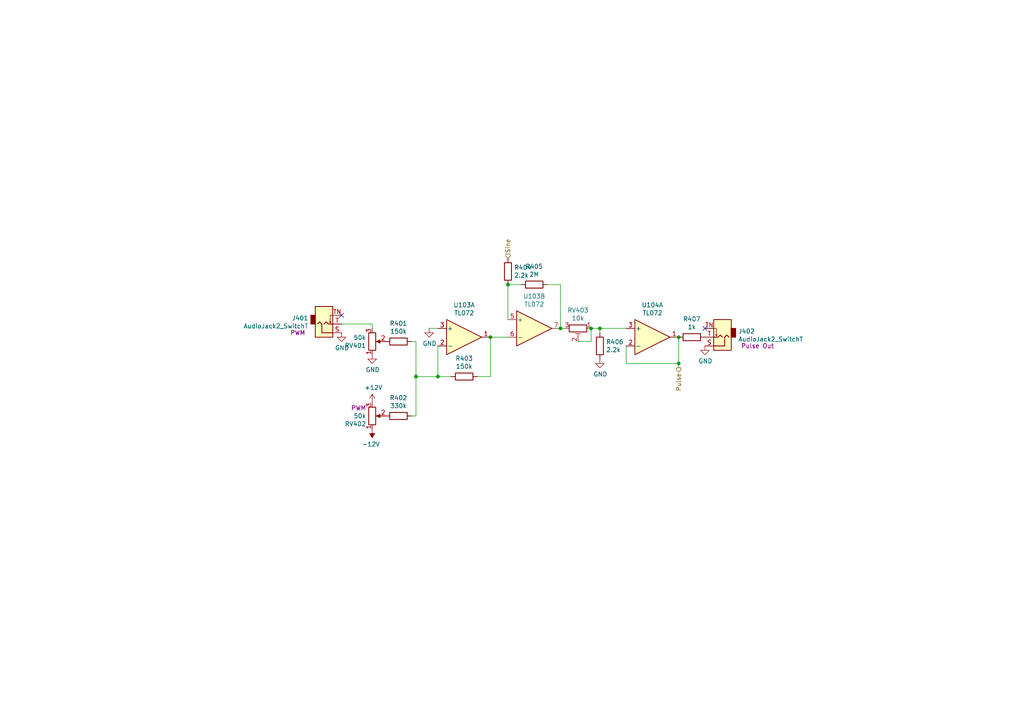
<source format=kicad_sch>
(kicad_sch (version 20211123) (generator eeschema)
  (paper "A4")
  (title_block (title "VCO") (date "2021-06-10") (rev "1.0"))
  (lib_symbols
    (symbol "Amplifier_Operational:TL072" (pin_names (offset 0.127))
      (property "Reference" "U" (at 0 5.08 0))
      (property "Value" "TL072" (at 0 -5.08 0))
      (symbol "TL072_1_1"
        (polyline (pts (xy -5.08 5.08) (xy 5.08 0) (xy -5.08 -5.08) (xy -5.08 5.08)) (stroke (width 0.254)) (fill (type background)))
        (pin output line (at 7.62 0 180) (length 2.54) (name "~") (number "1"))
        (pin input line (at -7.62 -2.54 0) (length 2.54) (name "-") (number "2"))
        (pin input line (at -7.62 2.54 0) (length 2.54) (name "+") (number "3"))
      )
      (symbol "TL072_2_1"
        (polyline (pts (xy -5.08 5.08) (xy 5.08 0) (xy -5.08 -5.08) (xy -5.08 5.08)) (stroke (width 0.254)) (fill (type background)))
        (pin input line (at -7.62 2.54 0) (length 2.54) (name "+") (number "5"))
        (pin input line (at -7.62 -2.54 0) (length 2.54) (name "-") (number "6"))
        (pin output line (at 7.62 0 180) (length 2.54) (name "~") (number "7"))
      )
      (symbol "TL072_3_1"
        (pin power_in line (at -2.54 -7.62 90) (length 3.81) (name "V-") (number "4"))
        (pin power_in line (at -2.54 7.62 270) (length 3.81) (name "V+") (number "8"))
      )
    )
    (symbol "Connector:AudioJack2_SwitchT"
      (property "Reference" "J" (at 0 8.89 0))
      (property "Value" "AudioJack2_SwitchT" (at 0 6.35 0))
      (symbol "AudioJack2_SwitchT_0_1"
        (rectangle (start -2.54 0) (end -3.81 -2.54) (stroke (width 0.254)) (fill (type outline)))
        (polyline (pts (xy 1.778 -0.254) (xy 2.032 -0.762)))
        (polyline (pts (xy 0 0) (xy 0.635 -0.635) (xy 1.27 0) (xy 2.54 0)) (stroke (width 0.254)))
        (polyline (pts (xy 2.54 -2.54) (xy 1.778 -2.54) (xy 1.778 -0.254) (xy 1.524 -0.762)))
        (polyline (pts (xy 2.54 2.54) (xy -0.635 2.54) (xy -0.635 0) (xy -1.27 -0.635) (xy -1.905 0)) (stroke (width 0.254)))
        (rectangle (start 2.54 3.81) (end -2.54 -5.08) (stroke (width 0.254)) (fill (type background)))
      )
      (symbol "AudioJack2_SwitchT_1_1"
        (pin passive line (at 5.08 2.54 180) (length 2.54) (name "~") (number "S"))
        (pin passive line (at 5.08 0 180) (length 2.54) (name "~") (number "T"))
        (pin passive line (at 5.08 -2.54 180) (length 2.54) (name "~") (number "TN"))
      )
    )
    (symbol "Device:R" (pin_numbers hide) (pin_names (offset 0))
      (property "Reference" "R" (at 2.032 0 90))
      (property "Value" "R" (at 0 0 90))
      (symbol "R_0_1"
        (rectangle (start -1.016 -2.54) (end 1.016 2.54) (stroke (width 0.254)))
      )
      (symbol "R_1_1"
        (pin passive line (at 0 3.81 270) (length 1.27) (name "~") (number "1"))
        (pin passive line (at 0 -3.81 90) (length 1.27) (name "~") (number "2"))
      )
    )
    (symbol "Device:R_Potentiometer" (pin_names (offset 1.016) hide)
      (property "Reference" "RV" (at -4.445 0 90))
      (property "Value" "R_Potentiometer" (at -2.54 0 90))
      (symbol "R_Potentiometer_0_1"
        (polyline (pts (xy 2.54 0) (xy 1.524 0)))
        (polyline (pts (xy 1.143 0) (xy 2.286 0.508) (xy 2.286 -0.508) (xy 1.143 0)) (fill (type outline)))
        (rectangle (start 1.016 2.54) (end -1.016 -2.54) (stroke (width 0.254)))
      )
      (symbol "R_Potentiometer_1_1"
        (pin passive line (at 0 3.81 270) (length 1.27) (name "1") (number "1"))
        (pin passive line (at 3.81 0 180) (length 1.27) (name "2") (number "2"))
        (pin passive line (at 0 -3.81 90) (length 1.27) (name "3") (number "3"))
      )
    )
    (symbol "Device:R_Potentiometer_Trim" (pin_names (offset 1.016) hide)
      (property "Reference" "RV" (at -4.445 0 90))
      (property "Value" "R_Potentiometer_Trim" (at -2.54 0 90))
      (symbol "R_Potentiometer_Trim_0_1"
        (polyline (pts (xy 1.524 0.762) (xy 1.524 -0.762)))
        (polyline (pts (xy 2.54 0) (xy 1.524 0)))
        (rectangle (start 1.016 2.54) (end -1.016 -2.54) (stroke (width 0.254)))
      )
      (symbol "R_Potentiometer_Trim_1_1"
        (pin passive line (at 0 3.81 270) (length 1.27) (name "1") (number "1"))
        (pin passive line (at 3.81 0 180) (length 1.27) (name "2") (number "2"))
        (pin passive line (at 0 -3.81 90) (length 1.27) (name "3") (number "3"))
      )
    )
    (symbol "power:+12V" (power) (pin_names (offset 0))
      (property "Value" "+12V" (at 0 3.556 0))
      (symbol "+12V_0_1"
        (polyline (pts (xy -0.762 1.27) (xy 0 2.54)))
        (polyline (pts (xy 0 0) (xy 0 2.54)))
        (polyline (pts (xy 0 2.54) (xy 0.762 1.27)))
      )
      (symbol "+12V_1_1"
        (pin power_in line (at 0 0 90) (length 0) hide (name "+12V") (number "1"))
      )
    )
    (symbol "power:-12V" (power) (pin_names (offset 0))
      (property "Value" "-12V" (at 0 3.81 0))
      (symbol "-12V_0_0"
        (pin power_in line (at 0 0 90) (length 0) hide (name "-12V") (number "1"))
      )
      (symbol "-12V_0_1"
        (polyline (pts (xy 0 0) (xy 0 1.27) (xy 0.762 1.27) (xy 0 2.54) (xy -0.762 1.27) (xy 0 1.27)) (fill (type outline)))
      )
    )
    (symbol "power:GND" (power) (pin_names (offset 0))
      (property "Value" "GND" (at 0 -3.81 0))
      (symbol "GND_0_1"
        (polyline (pts (xy 0 0) (xy 0 -1.27) (xy 1.27 -1.27) (xy 0 -2.54) (xy -1.27 -1.27) (xy 0 -1.27)))
      )
      (symbol "GND_1_1"
        (pin power_in line (at 0 0 270) (length 0) hide (name "GND") (number "1"))
      )
    )
  )
  (junction (at 196.85 105.41))
  (junction (at 147.32 82.55))
  (junction (at 162.56 95.25))
  (junction (at 127 109.22))
  (junction (at 142.24 97.79))
  (junction (at 196.85 97.79))
  (junction (at 171.45 95.25))
  (junction (at 173.99 95.25))
  (junction (at 120.65 109.22))
  (no_connect (at 204.47 95.25))
  (no_connect (at 99.06 91.44))
  (wire (pts (xy 142.24 97.79) (xy 147.32 97.79)))
  (wire (pts (xy 173.99 95.25) (xy 173.99 96.52)))
  (wire (pts (xy 196.85 105.41) (xy 196.85 97.79)))
  (wire (pts (xy 147.32 92.71) (xy 147.32 82.55)))
  (wire (pts (xy 124.46 95.25) (xy 127 95.25)))
  (wire (pts (xy 162.56 95.25) (xy 163.83 95.25)))
  (wire (pts (xy 181.61 105.41) (xy 196.85 105.41)))
  (wire (pts (xy 119.38 99.06) (xy 120.65 99.06)))
  (wire (pts (xy 196.85 106.68) (xy 196.85 105.41)))
  (wire (pts (xy 158.75 82.55) (xy 162.56 82.55)))
  (wire (pts (xy 171.45 95.25) (xy 173.99 95.25)))
  (wire (pts (xy 120.65 120.65) (xy 119.38 120.65)))
  (wire (pts (xy 173.99 95.25) (xy 181.61 95.25)))
  (wire (pts (xy 147.32 82.55) (xy 151.13 82.55)))
  (wire (pts (xy 107.95 93.98) (xy 107.95 95.25)))
  (wire (pts (xy 99.06 93.98) (xy 107.95 93.98)))
  (wire (pts (xy 167.64 99.06) (xy 171.45 99.06)))
  (wire (pts (xy 127 100.33) (xy 127 109.22)))
  (wire (pts (xy 142.24 109.22) (xy 142.24 97.79)))
  (wire (pts (xy 138.43 109.22) (xy 142.24 109.22)))
  (wire (pts (xy 171.45 99.06) (xy 171.45 95.25)))
  (wire (pts (xy 162.56 82.55) (xy 162.56 95.25)))
  (wire (pts (xy 120.65 109.22) (xy 127 109.22)))
  (wire (pts (xy 181.61 100.33) (xy 181.61 105.41)))
  (wire (pts (xy 120.65 99.06) (xy 120.65 109.22)))
  (wire (pts (xy 120.65 109.22) (xy 120.65 120.65)))
  (wire (pts (xy 127 109.22) (xy 130.81 109.22)))
  (hierarchical_label "Pulse" (shape output) (at 196.85 106.68 270))
  (hierarchical_label "Sine" (shape input) (at 147.32 74.93 90))
  (symbol (lib_id "Amplifier_Operational:TL072") (at 134.62 97.79 0) (unit 1)
    (property "Reference" "U103" (at 134.62 88.4682 0))
    (property "Value" "TL072" (at 134.62 90.7796 0))
    (property "Footprint" "Package_DIP:DIP-8_W7.62mm_Socket" (effects hide))
    (property "Datasheet" "http://www.ti.com/lit/ds/symlink/tl071.pdf" (effects hide))
  )
  (symbol (lib_id "Device:R") (at 134.62 109.22 90) (unit 1)
    (property "Reference" "R403" (at 134.62 103.9622 90))
    (property "Value" "150k" (at 134.62 106.2736 90))
    (property "Footprint" "Resistor_THT:R_Axial_DIN0207_L6.3mm_D2.5mm_P7.62mm_Horizontal" (effects hide))
  )
  (symbol (lib_id "Device:R_Potentiometer") (at 107.95 120.65 0) (mirror x) (unit 1)
    (property "Reference" "RV402" (at 106.1974 122.9614 0) (effects (justify right)))
    (property "Value" "50k" (at 106.1974 120.65 0) (effects (justify right)))
    (property "Footprint" "Potentiometer_THT:Potentiometer_Alpha_RD901F-40-00D_Single_Vertical_CircularHoles" (effects hide))
    (property "Description" "PWM" (at 106.1974 118.3386 0) (effects (justify right)))
  )
  (symbol (lib_id "power:+12V") (at 107.95 116.84 0) (unit 1)
    (property "Reference" "#PWR0403" (effects hide))
    (property "Value" "+12V" (at 108.331 112.4458 0))
  )
  (symbol (lib_id "power:-12V") (at 107.95 124.46 180) (unit 1)
    (property "Reference" "#PWR0404" (effects hide))
    (property "Value" "-12V" (at 107.569 128.8542 0))
  )
  (symbol (lib_id "power:GND") (at 124.46 95.25 0) (unit 1)
    (property "Reference" "#PWR0405" (effects hide))
    (property "Value" "GND" (at 124.587 99.6442 0))
  )
  (symbol (lib_id "Device:R") (at 115.57 120.65 90) (unit 1)
    (property "Reference" "R402" (at 115.57 115.3922 90))
    (property "Value" "330k" (at 115.57 117.7036 90))
    (property "Footprint" "Resistor_THT:R_Axial_DIN0207_L6.3mm_D2.5mm_P7.62mm_Horizontal" (effects hide))
  )
  (symbol (lib_id "Device:R_Potentiometer") (at 107.95 99.06 0) (mirror x) (unit 1)
    (property "Reference" "RV401" (at 106.172 100.2284 0) (effects (justify right)))
    (property "Value" "50k" (at 106.172 97.917 0) (effects (justify right)))
    (property "Footprint" "Potentiometer_THT:Potentiometer_Alpha_RD901F-40-00D_Single_Vertical_CircularHoles" (effects hide))
  )
  (symbol (lib_id "power:GND") (at 107.95 102.87 0) (unit 1)
    (property "Reference" "#PWR0402" (effects hide))
    (property "Value" "GND" (at 108.077 107.2642 0))
  )
  (symbol (lib_id "Connector:AudioJack2_SwitchT") (at 93.98 93.98 0) (mirror x) (unit 1)
    (property "Reference" "J401" (at 89.4334 92.2782 0) (effects (justify right)))
    (property "Value" "AudioJack2_SwitchT" (at 89.4334 94.5896 0) (effects (justify right)))
    (property "Footprint" "Connector_Audio:Jack_3.5mm_QingPu_WQP-PJ398SM_Vertical_CircularHoles" (effects hide))
    (property "Description" "PWM" (at 86.36 96.52 0))
  )
  (symbol (lib_id "power:GND") (at 99.06 96.52 0) (unit 1)
    (property "Reference" "#PWR0401" (effects hide))
    (property "Value" "GND" (at 99.187 100.9142 0))
  )
  (symbol (lib_id "Device:R") (at 115.57 99.06 90) (unit 1)
    (property "Reference" "R401" (at 115.57 93.8022 90))
    (property "Value" "150k" (at 115.57 96.1136 90))
    (property "Footprint" "Resistor_THT:R_Axial_DIN0207_L6.3mm_D2.5mm_P7.62mm_Horizontal" (effects hide))
  )
  (symbol (lib_id "Amplifier_Operational:TL072") (at 154.94 95.25 0) (unit 2)
    (property "Reference" "U103" (at 154.94 85.9282 0))
    (property "Value" "TL072" (at 154.94 88.2396 0))
    (property "Footprint" "Package_DIP:DIP-8_W7.62mm_Socket" (effects hide))
    (property "Datasheet" "http://www.ti.com/lit/ds/symlink/tl071.pdf" (effects hide))
  )
  (symbol (lib_id "Device:R") (at 154.94 82.55 90) (unit 1)
    (property "Reference" "R405" (at 154.94 77.2922 90))
    (property "Value" "2M" (at 154.94 79.6036 90))
    (property "Footprint" "Resistor_THT:R_Axial_DIN0207_L6.3mm_D2.5mm_P7.62mm_Horizontal" (effects hide))
  )
  (symbol (lib_id "Device:R") (at 147.32 78.74 180) (unit 1)
    (property "Reference" "R404" (at 149.098 77.5716 0) (effects (justify right)))
    (property "Value" "2.2k" (at 149.098 79.883 0) (effects (justify right)))
    (property "Footprint" "Resistor_THT:R_Axial_DIN0207_L6.3mm_D2.5mm_P7.62mm_Horizontal" (effects hide))
  )
  (symbol (lib_id "Connector:AudioJack2_SwitchT") (at 209.55 97.79 180) (unit 1)
    (property "Reference" "J402" (at 214.122 96.0882 0) (effects (justify right)))
    (property "Value" "AudioJack2_SwitchT" (at 214.122 98.3996 0) (effects (justify right)))
    (property "Footprint" "Connector_Audio:Jack_3.5mm_QingPu_WQP-PJ398SM_Vertical_CircularHoles" (effects hide))
    (property "Description" "Pulse Out" (at 219.71 100.33 0))
  )
  (symbol (lib_id "power:GND") (at 204.47 100.33 0) (unit 1)
    (property "Reference" "#PWR0407" (effects hide))
    (property "Value" "GND" (at 204.597 104.7242 0))
  )
  (symbol (lib_id "Device:R_Potentiometer_Trim") (at 167.64 95.25 270) (unit 1)
    (property "Reference" "RV403" (at 167.64 89.9922 90))
    (property "Value" "10k" (at 167.64 92.3036 90))
    (property "Footprint" "Potentiometer_THT:Potentiometer_Runtron_RM-065_Vertical" (effects hide))
  )
  (symbol (lib_id "Amplifier_Operational:TL072") (at 189.23 97.79 0) (unit 1)
    (property "Reference" "U104" (at 189.23 88.4682 0))
    (property "Value" "TL072" (at 189.23 90.7796 0))
    (property "Footprint" "Package_DIP:DIP-8_W7.62mm_Socket" (effects hide))
    (property "Datasheet" "http://www.ti.com/lit/ds/symlink/tl071.pdf" (effects hide))
  )
  (symbol (lib_id "power:GND") (at 173.99 104.14 0) (unit 1)
    (property "Reference" "#PWR0406" (effects hide))
    (property "Value" "GND" (at 174.117 108.5342 0))
  )
  (symbol (lib_id "Device:R") (at 173.99 100.33 180) (unit 1)
    (property "Reference" "R406" (at 175.768 99.1616 0) (effects (justify right)))
    (property "Value" "2.2k" (at 175.768 101.473 0) (effects (justify right)))
    (property "Footprint" "Resistor_THT:R_Axial_DIN0207_L6.3mm_D2.5mm_P7.62mm_Horizontal" (effects hide))
  )
  (symbol (lib_id "Device:R") (at 200.66 97.79 270) (unit 1)
    (property "Reference" "R407" (at 200.66 92.5322 90))
    (property "Value" "1k" (at 200.66 94.8436 90))
    (property "Footprint" "Resistor_THT:R_Axial_DIN0207_L6.3mm_D2.5mm_P7.62mm_Horizontal" (effects hide))
  )
)
</source>
